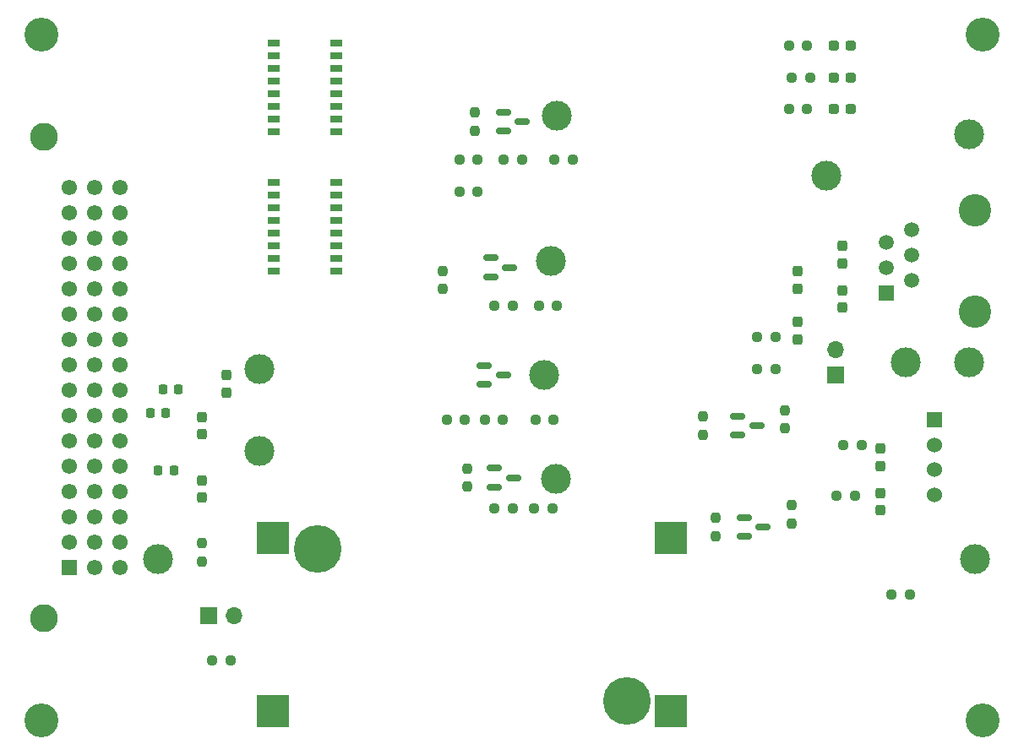
<source format=gbr>
%TF.GenerationSoftware,KiCad,Pcbnew,(6.0.6)*%
%TF.CreationDate,2022-11-29T14:39:04-05:00*%
%TF.ProjectId,PolyVent_SPI_Controller,506f6c79-5665-46e7-945f-5350495f436f,0.1*%
%TF.SameCoordinates,Original*%
%TF.FileFunction,Soldermask,Top*%
%TF.FilePolarity,Negative*%
%FSLAX46Y46*%
G04 Gerber Fmt 4.6, Leading zero omitted, Abs format (unit mm)*
G04 Created by KiCad (PCBNEW (6.0.6)) date 2022-11-29 14:39:04*
%MOMM*%
%LPD*%
G01*
G04 APERTURE LIST*
G04 Aperture macros list*
%AMRoundRect*
0 Rectangle with rounded corners*
0 $1 Rounding radius*
0 $2 $3 $4 $5 $6 $7 $8 $9 X,Y pos of 4 corners*
0 Add a 4 corners polygon primitive as box body*
4,1,4,$2,$3,$4,$5,$6,$7,$8,$9,$2,$3,0*
0 Add four circle primitives for the rounded corners*
1,1,$1+$1,$2,$3*
1,1,$1+$1,$4,$5*
1,1,$1+$1,$6,$7*
1,1,$1+$1,$8,$9*
0 Add four rect primitives between the rounded corners*
20,1,$1+$1,$2,$3,$4,$5,0*
20,1,$1+$1,$4,$5,$6,$7,0*
20,1,$1+$1,$6,$7,$8,$9,0*
20,1,$1+$1,$8,$9,$2,$3,0*%
G04 Aperture macros list end*
%ADD10RoundRect,0.237500X-0.237500X0.250000X-0.237500X-0.250000X0.237500X-0.250000X0.237500X0.250000X0*%
%ADD11RoundRect,0.218750X-0.218750X-0.256250X0.218750X-0.256250X0.218750X0.256250X-0.218750X0.256250X0*%
%ADD12C,3.000000*%
%ADD13RoundRect,0.237500X0.250000X0.237500X-0.250000X0.237500X-0.250000X-0.237500X0.250000X-0.237500X0*%
%ADD14RoundRect,0.237500X0.287500X0.237500X-0.287500X0.237500X-0.287500X-0.237500X0.287500X-0.237500X0*%
%ADD15RoundRect,0.237500X-0.250000X-0.237500X0.250000X-0.237500X0.250000X0.237500X-0.250000X0.237500X0*%
%ADD16RoundRect,0.237500X-0.237500X0.300000X-0.237500X-0.300000X0.237500X-0.300000X0.237500X0.300000X0*%
%ADD17C,3.400000*%
%ADD18RoundRect,0.150000X-0.587500X-0.150000X0.587500X-0.150000X0.587500X0.150000X-0.587500X0.150000X0*%
%ADD19R,1.250000X0.760000*%
%ADD20R,1.524000X1.524000*%
%ADD21C,1.524000*%
%ADD22R,1.700000X1.700000*%
%ADD23O,1.700000X1.700000*%
%ADD24C,3.250000*%
%ADD25R,1.520000X1.520000*%
%ADD26C,1.520000*%
%ADD27C,4.775200*%
%ADD28R,3.175000X3.175000*%
%ADD29C,2.800000*%
%ADD30RoundRect,0.101600X-0.675000X0.675000X-0.675000X-0.675000X0.675000X-0.675000X0.675000X0.675000X0*%
%ADD31C,1.553200*%
%ADD32RoundRect,0.237500X0.237500X-0.250000X0.237500X0.250000X-0.237500X0.250000X-0.237500X-0.250000X0*%
G04 APERTURE END LIST*
D10*
%TO.C,R113*%
X144780000Y-78462500D03*
X144780000Y-80287500D03*
%TD*%
D11*
%TO.C,F103*%
X113030000Y-114300000D03*
X114605000Y-114300000D03*
%TD*%
D12*
%TO.C,TP101*%
X180000000Y-84772500D03*
%TD*%
D13*
%TO.C,R107*%
X148590000Y-118110000D03*
X146765000Y-118110000D03*
%TD*%
%TO.C,R205*%
X183538500Y-111760000D03*
X181713500Y-111760000D03*
%TD*%
D12*
%TO.C,TP103*%
X152400000Y-93345000D03*
%TD*%
D14*
%TO.C,D101*%
X182485000Y-78105000D03*
X180735000Y-78105000D03*
%TD*%
D15*
%TO.C,R102*%
X118467500Y-133350000D03*
X120292500Y-133350000D03*
%TD*%
%TO.C,R111*%
X143232500Y-83185000D03*
X145057500Y-83185000D03*
%TD*%
D13*
%TO.C,R105*%
X147597500Y-109220000D03*
X145772500Y-109220000D03*
%TD*%
%TO.C,R117*%
X178077500Y-78105000D03*
X176252500Y-78105000D03*
%TD*%
D12*
%TO.C,TP106*%
X123190000Y-104140000D03*
%TD*%
D16*
%TO.C,C202*%
X185420000Y-116612500D03*
X185420000Y-118337500D03*
%TD*%
D13*
%TO.C,R108*%
X154582500Y-83185000D03*
X152757500Y-83185000D03*
%TD*%
D12*
%TO.C,TP203*%
X194945000Y-123190000D03*
%TD*%
D13*
%TO.C,R103*%
X149502500Y-83185000D03*
X147677500Y-83185000D03*
%TD*%
D17*
%TO.C,@HOLE1*%
X101341100Y-70643600D03*
%TD*%
D18*
%TO.C,Q102*%
X147652500Y-78425000D03*
X147652500Y-80325000D03*
X149527500Y-79375000D03*
%TD*%
D10*
%TO.C,R204*%
X176530000Y-117832500D03*
X176530000Y-119657500D03*
%TD*%
D12*
%TO.C,TP104*%
X151765000Y-104775000D03*
%TD*%
D19*
%TO.C,SW101*%
X130860800Y-94361000D03*
X130860800Y-93091000D03*
X130860800Y-91821000D03*
X130860800Y-90551000D03*
X130860800Y-89281000D03*
X130860800Y-88011000D03*
X130860800Y-86741000D03*
X130860800Y-85471000D03*
X124663200Y-85471000D03*
X124663200Y-86741000D03*
X124663200Y-88011000D03*
X124663200Y-89281000D03*
X124663200Y-90551000D03*
X124663200Y-91821000D03*
X124663200Y-93091000D03*
X124663200Y-94361000D03*
%TD*%
%TO.C,SW102*%
X130860800Y-80391000D03*
X130860800Y-79121000D03*
X130860800Y-77851000D03*
X130860800Y-76581000D03*
X130860800Y-75311000D03*
X130860800Y-74041000D03*
X130860800Y-72771000D03*
X130860800Y-71501000D03*
X124663200Y-71501000D03*
X124663200Y-72771000D03*
X124663200Y-74041000D03*
X124663200Y-75311000D03*
X124663200Y-76581000D03*
X124663200Y-77851000D03*
X124663200Y-79121000D03*
X124663200Y-80391000D03*
%TD*%
D11*
%TO.C,F102*%
X112242500Y-108585000D03*
X113817500Y-108585000D03*
%TD*%
D13*
%TO.C,R119*%
X178077500Y-71755000D03*
X176252500Y-71755000D03*
%TD*%
D12*
%TO.C,TP105*%
X152908000Y-115189000D03*
%TD*%
D11*
%TO.C,F101*%
X113512500Y-106172000D03*
X115087500Y-106172000D03*
%TD*%
D17*
%TO.C,@HOLE0*%
X101341100Y-139363600D03*
%TD*%
D20*
%TO.C,J201*%
X190825000Y-109280000D03*
D21*
X190825000Y-111780000D03*
X190825000Y-114280000D03*
X190825000Y-116780000D03*
%TD*%
D22*
%TO.C,J103*%
X118110000Y-128905000D03*
D23*
X120650000Y-128905000D03*
%TD*%
D15*
%TO.C,R114*%
X143232500Y-86360000D03*
X145057500Y-86360000D03*
%TD*%
D10*
%TO.C,R201*%
X167640000Y-108942500D03*
X167640000Y-110767500D03*
%TD*%
%TO.C,R203*%
X175895000Y-108307500D03*
X175895000Y-110132500D03*
%TD*%
D12*
%TO.C,TP108*%
X194310000Y-80645000D03*
%TD*%
D13*
%TO.C,R118*%
X178355000Y-74930000D03*
X176530000Y-74930000D03*
%TD*%
%TO.C,R104*%
X148590000Y-97790000D03*
X146765000Y-97790000D03*
%TD*%
D24*
%TO.C,J102*%
X194945000Y-88270000D03*
X194945000Y-98430000D03*
D25*
X186055000Y-96520000D03*
D26*
X188595000Y-95250000D03*
X186055000Y-93980000D03*
X188595000Y-92710000D03*
X186055000Y-91440000D03*
X188595000Y-90170000D03*
%TD*%
D27*
%TO.C,U101*%
X160020000Y-137414000D03*
X129032000Y-122174000D03*
D28*
X124587000Y-121107200D03*
X124587000Y-138480800D03*
X164465000Y-121107200D03*
X164465000Y-138480800D03*
%TD*%
D12*
%TO.C,TP201*%
X194310000Y-103505000D03*
%TD*%
D18*
%TO.C,Q104*%
X145747500Y-103825000D03*
X145747500Y-105725000D03*
X147622500Y-104775000D03*
%TD*%
D12*
%TO.C,TP109*%
X113030000Y-123190000D03*
%TD*%
D17*
%TO.C,@HOLE2*%
X195661100Y-70643600D03*
%TD*%
D13*
%TO.C,R106*%
X152550500Y-118110000D03*
X150725500Y-118110000D03*
%TD*%
D16*
%TO.C,C201*%
X185420000Y-112167500D03*
X185420000Y-113892500D03*
%TD*%
%TO.C,C106*%
X117475000Y-108992500D03*
X117475000Y-110717500D03*
%TD*%
D18*
%TO.C,Q103*%
X146382500Y-93030000D03*
X146382500Y-94930000D03*
X148257500Y-93980000D03*
%TD*%
D12*
%TO.C,TP202*%
X187960000Y-103505000D03*
%TD*%
D16*
%TO.C,C103*%
X181610000Y-96292500D03*
X181610000Y-98017500D03*
%TD*%
D13*
%TO.C,R120*%
X188364500Y-126746000D03*
X186539500Y-126746000D03*
%TD*%
%TO.C,R207*%
X174902500Y-104140000D03*
X173077500Y-104140000D03*
%TD*%
D15*
%TO.C,R208*%
X173077500Y-100965000D03*
X174902500Y-100965000D03*
%TD*%
D10*
%TO.C,R202*%
X168910000Y-119102500D03*
X168910000Y-120927500D03*
%TD*%
D22*
%TO.C,J202*%
X180975000Y-104780000D03*
D23*
X180975000Y-102240000D03*
%TD*%
D17*
%TO.C,@HOLE3*%
X195661100Y-139363600D03*
%TD*%
D16*
%TO.C,C104*%
X177165000Y-99467500D03*
X177165000Y-101192500D03*
%TD*%
D29*
%TO.C,J1*%
X101561113Y-80873600D03*
X101561113Y-129133600D03*
D30*
X104101113Y-124053600D03*
D31*
X104101113Y-121513600D03*
X104101113Y-118973600D03*
X104101113Y-116433600D03*
X104101113Y-113893600D03*
X104101113Y-111353600D03*
X104101113Y-108813600D03*
X104101113Y-106273600D03*
X104101113Y-103733600D03*
X104101113Y-101193600D03*
X104101113Y-98653600D03*
X104101113Y-96113600D03*
X104101113Y-93573600D03*
X104101113Y-91033600D03*
X104101113Y-88493600D03*
X104101113Y-85953600D03*
X106641113Y-124053600D03*
X106641113Y-121513600D03*
X106641113Y-118973600D03*
X106641113Y-116433600D03*
X106641113Y-113893600D03*
X106641113Y-111353600D03*
X106641113Y-108813600D03*
X106641113Y-106273600D03*
X106641113Y-103733600D03*
X106641113Y-101193600D03*
X106641113Y-98653600D03*
X106641113Y-96113600D03*
X106641113Y-93573600D03*
X106641113Y-91033600D03*
X106641113Y-88493600D03*
X106641113Y-85953600D03*
X109181113Y-124053600D03*
X109181113Y-121513600D03*
X109181113Y-118973600D03*
X109181113Y-116433600D03*
X109181113Y-113893600D03*
X109181113Y-111353600D03*
X109181113Y-108813600D03*
X109181113Y-106273600D03*
X109181113Y-103733600D03*
X109181113Y-101193600D03*
X109181113Y-98653600D03*
X109181113Y-96113600D03*
X109181113Y-93573600D03*
X109181113Y-91033600D03*
X109181113Y-88493600D03*
X109181113Y-85953600D03*
%TD*%
D16*
%TO.C,C105*%
X119888000Y-104801500D03*
X119888000Y-106526500D03*
%TD*%
%TO.C,C107*%
X117475000Y-115342500D03*
X117475000Y-117067500D03*
%TD*%
D10*
%TO.C,R112*%
X144018000Y-114149500D03*
X144018000Y-115974500D03*
%TD*%
D15*
%TO.C,R116*%
X141962500Y-109220000D03*
X143787500Y-109220000D03*
%TD*%
D16*
%TO.C,C101*%
X181610000Y-91847500D03*
X181610000Y-93572500D03*
%TD*%
D18*
%TO.C,Q202*%
X171782500Y-119065000D03*
X171782500Y-120965000D03*
X173657500Y-120015000D03*
%TD*%
D13*
%TO.C,R109*%
X153035000Y-97790000D03*
X151210000Y-97790000D03*
%TD*%
D12*
%TO.C,TP107*%
X123190000Y-112395000D03*
%TD*%
D13*
%TO.C,R206*%
X182880000Y-116840000D03*
X181055000Y-116840000D03*
%TD*%
D32*
%TO.C,R101*%
X117475000Y-123467500D03*
X117475000Y-121642500D03*
%TD*%
D14*
%TO.C,D102*%
X182485000Y-74930000D03*
X180735000Y-74930000D03*
%TD*%
D18*
%TO.C,Q201*%
X171147500Y-108905000D03*
X171147500Y-110805000D03*
X173022500Y-109855000D03*
%TD*%
%TO.C,Q101*%
X146765500Y-114112000D03*
X146765500Y-116012000D03*
X148640500Y-115062000D03*
%TD*%
D14*
%TO.C,D103*%
X182485000Y-71755000D03*
X180735000Y-71755000D03*
%TD*%
D10*
%TO.C,R115*%
X141605000Y-94337500D03*
X141605000Y-96162500D03*
%TD*%
D13*
%TO.C,R110*%
X152677500Y-109220000D03*
X150852500Y-109220000D03*
%TD*%
D12*
%TO.C,TP102*%
X153035000Y-78740000D03*
%TD*%
D16*
%TO.C,C102*%
X177165000Y-94387500D03*
X177165000Y-96112500D03*
%TD*%
M02*

</source>
